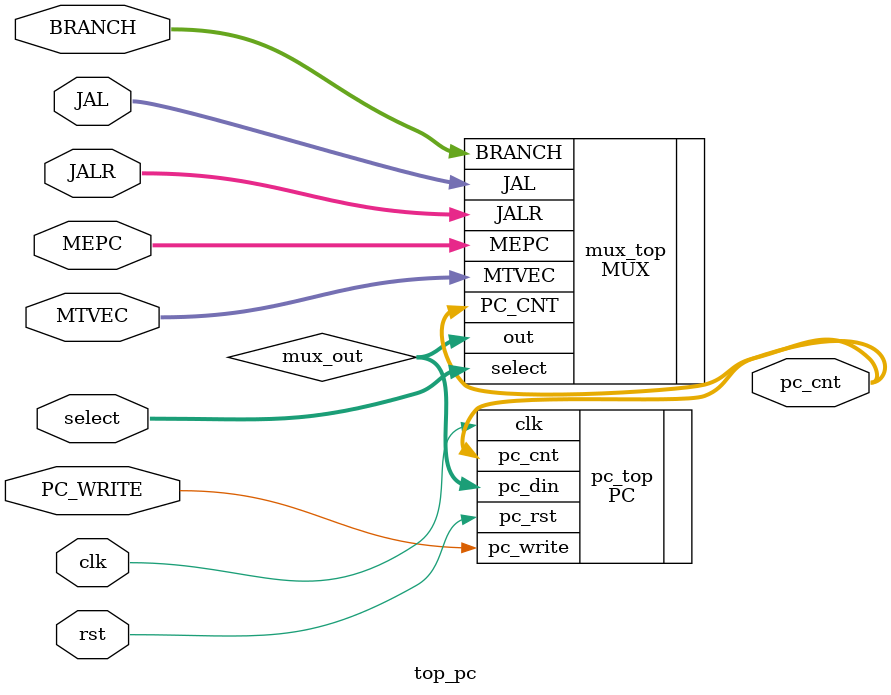
<source format=sv>
`timescale 1ns / 1ps


module top_pc #(parameter WIDTH = 32)(
    input logic clk, rst, PC_WRITE,
    input logic [2:0] select,
    input logic [WIDTH-1:0] JALR, BRANCH, JAL, MTVEC, MEPC,
    output logic [WIDTH-1:0] pc_cnt
    
    );
    
    logic [WIDTH-1:0] mux_out;
    
    MUX mux_top(
    .JALR(JALR),
    .BRANCH(BRANCH),
    .JAL(JAL),
    .MTVEC(MTVEC),
    .MEPC(MEPC),
    .PC_CNT(pc_cnt),
    .select(select),
    .out(mux_out)); 
    
    PC pc_top(
    .clk(clk),
    .pc_rst(rst),
    .pc_write(PC_WRITE),
    .pc_din(mux_out),
    .pc_cnt(pc_cnt));
    
    
    
    
    
endmodule

</source>
